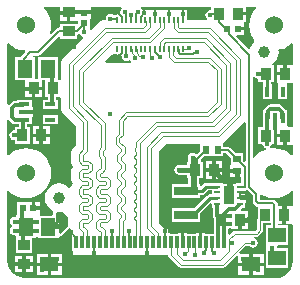
<source format=gtl>
G04*
G04 #@! TF.GenerationSoftware,Altium Limited,Altium Designer,19.1.8 (144)*
G04*
G04 Layer_Physical_Order=1*
G04 Layer_Color=255*
%FSLAX44Y44*%
%MOMM*%
G71*
G01*
G75*
%ADD12C,0.2000*%
%ADD13R,0.2200X0.5000*%
%ADD16R,0.5000X0.2800*%
%ADD17R,0.9000X1.6000*%
%ADD18R,0.9000X1.0000*%
%ADD19R,0.5500X0.6500*%
%ADD20R,2.0000X0.8000*%
%ADD21R,0.6200X0.6200*%
%ADD22R,0.3000X1.0000*%
%ADD23R,1.6500X1.3000*%
%ADD24R,1.3000X1.5000*%
%ADD25R,0.6500X0.5500*%
%ADD26R,1.5000X1.3000*%
%ADD27R,1.0000X0.9000*%
%ADD28R,0.6200X0.6200*%
%ADD48R,0.4000X0.9000*%
%ADD49R,0.9000X0.4000*%
%ADD50C,1.0000*%
%ADD51C,0.3000*%
%ADD52C,0.4000*%
%ADD53C,0.1500*%
%ADD54C,0.2500*%
%ADD55C,0.5000*%
%ADD56C,0.1000*%
%ADD57C,0.1143*%
%ADD58C,0.1270*%
%ADD59C,1.5240*%
%ADD60C,0.3000*%
%ADD61C,0.4000*%
G36*
X-23990Y113730D02*
X-24134Y113634D01*
X-25018Y112311D01*
X-25328Y110750D01*
X-25103Y109619D01*
X-25868Y108349D01*
X-27639D01*
Y107809D01*
X-29441D01*
X-29441Y107809D01*
X-29441Y107809D01*
X-30878D01*
X-31939Y108518D01*
X-33500Y108828D01*
X-35061Y108518D01*
X-36384Y107634D01*
X-37268Y106311D01*
X-37578Y104750D01*
X-37514Y104427D01*
X-38065Y103756D01*
X-38609Y103420D01*
X-40129Y103219D01*
X-41728Y102557D01*
X-43100Y101504D01*
X-49732Y94873D01*
X-50933Y95139D01*
X-50920Y95766D01*
X-50920D01*
Y104226D01*
X-50380D01*
Y108366D01*
X-56020D01*
Y111366D01*
X-50380D01*
Y115000D01*
X-24375D01*
X-23990Y113730D01*
D02*
G37*
G36*
X51862Y112043D02*
X51072Y111886D01*
X50979Y111824D01*
X49439Y111518D01*
X48116Y110634D01*
X47232Y109311D01*
X46922Y107750D01*
X47232Y106189D01*
X48116Y104866D01*
X48342Y104715D01*
X47957Y103445D01*
X31641D01*
Y108349D01*
X31101D01*
Y111809D01*
X-6632D01*
X-6732Y112311D01*
X-7616Y113634D01*
X-7760Y113730D01*
X-7375Y115000D01*
X51862D01*
Y112043D01*
D02*
G37*
G36*
X-76514Y111461D02*
X-68974D01*
Y109961D01*
X-67474D01*
Y102921D01*
X-61434D01*
X-61120Y101781D01*
Y101377D01*
X-61974Y100461D01*
X-75974D01*
Y98184D01*
X-76913Y97400D01*
X-76913Y97400D01*
X-77000D01*
X-78170Y97167D01*
X-79163Y96504D01*
X-79339Y96241D01*
X-83895Y91685D01*
X-85018Y92358D01*
X-84255Y94874D01*
X-83848Y99000D01*
X-84255Y103126D01*
X-85458Y107094D01*
X-87413Y110751D01*
X-89857Y113730D01*
X-89506Y115000D01*
X-76514D01*
Y111461D01*
D02*
G37*
G36*
X-59057Y91250D02*
X-58634Y90616D01*
X-57311Y89732D01*
X-56775Y89626D01*
X-56357Y88247D01*
X-73437Y71168D01*
X-74490Y69795D01*
X-75152Y68196D01*
X-75378Y66481D01*
Y53736D01*
X-76004Y52726D01*
X-76933D01*
X-78096Y52984D01*
Y71984D01*
X-95096D01*
Y53266D01*
X-97096D01*
Y71984D01*
X-98550D01*
X-99229Y73254D01*
X-99104Y73441D01*
X-94754D01*
X-94754Y73441D01*
X-93583Y73674D01*
X-92591Y74337D01*
X-77147Y89781D01*
X-75974Y89295D01*
Y87461D01*
X-61974D01*
Y91297D01*
X-60874Y91515D01*
X-60716Y91621D01*
X-59641Y91907D01*
X-59057Y91250D01*
D02*
G37*
G36*
X89857Y113730D02*
X87413Y110751D01*
X85458Y107094D01*
X84255Y103126D01*
X83848Y99000D01*
X84255Y94874D01*
X85458Y90906D01*
X86760Y88469D01*
X86764Y88471D01*
X87245Y87753D01*
X88135Y87158D01*
X88344Y86287D01*
X88358Y85729D01*
X87872Y85356D01*
X85929Y82823D01*
X84707Y79873D01*
X84661Y79525D01*
X83459Y79117D01*
X73029Y89547D01*
X73515Y90720D01*
X79804D01*
Y94860D01*
X74164D01*
Y97860D01*
X79804D01*
Y101520D01*
X81402D01*
Y107560D01*
X74362D01*
Y110560D01*
X81402D01*
Y115000D01*
X89506D01*
X89857Y113730D01*
D02*
G37*
G36*
X121000Y83506D02*
Y65694D01*
X115750D01*
Y58154D01*
X114250D01*
Y56654D01*
X107210D01*
Y50614D01*
X108309D01*
X108320Y49349D01*
X108320Y49344D01*
Y36349D01*
X116320D01*
Y49344D01*
X116320Y49349D01*
X116331Y50614D01*
X121000D01*
Y13194D01*
X116599D01*
X116320Y14348D01*
X116320Y14464D01*
Y27348D01*
X115137D01*
X115117Y27450D01*
X114343Y28608D01*
X111773Y31177D01*
X110616Y31951D01*
X109250Y32223D01*
X101750D01*
X100384Y31951D01*
X99227Y31177D01*
X97297Y29247D01*
X96523Y28090D01*
X96376Y27348D01*
X95320D01*
Y14348D01*
X95373D01*
Y12654D01*
X91750D01*
Y-1346D01*
X94991D01*
X95232Y-2561D01*
X96116Y-3884D01*
X97439Y-4768D01*
X97840Y-4848D01*
X97904Y-6155D01*
X96905Y-6458D01*
X93249Y-8413D01*
X90043Y-11043D01*
X88279Y-13194D01*
X87009Y-12739D01*
Y55016D01*
X88279Y55401D01*
X88366Y55270D01*
X89689Y54386D01*
X91250Y54076D01*
X91750Y53665D01*
Y51154D01*
X95661D01*
Y49349D01*
X95320D01*
Y36349D01*
X103320D01*
Y49349D01*
X102289D01*
Y51154D01*
X104750D01*
Y65154D01*
X103466D01*
X103035Y66424D01*
X105168Y68060D01*
X107111Y70593D01*
X108333Y73543D01*
X108750Y76708D01*
X108507Y78552D01*
X109691Y79288D01*
X109805Y79212D01*
X111025Y78969D01*
X111081Y78958D01*
X112213Y79183D01*
X113095Y79458D01*
X116751Y81413D01*
X119730Y83857D01*
X121000Y83506D01*
D02*
G37*
G36*
X-27639Y74269D02*
X-24777D01*
X-23972Y73287D01*
X-24078Y72750D01*
X-23768Y71189D01*
X-22884Y69866D01*
X-21561Y68982D01*
X-20000Y68672D01*
X-18439Y68982D01*
X-17933Y69321D01*
X-16909Y69644D01*
X-16305Y68997D01*
X-16065Y68638D01*
X-16393Y67682D01*
X-16628Y67368D01*
X-37569D01*
X-38055Y68541D01*
X-32223Y74373D01*
X-31099Y74809D01*
Y74809D01*
X-31099Y74809D01*
X-27639D01*
Y74269D01*
D02*
G37*
G36*
X107210Y13036D02*
X107210Y12538D01*
Y7154D01*
X114250D01*
Y5654D01*
X115750D01*
Y-1886D01*
X121000D01*
Y-10506D01*
X119730Y-10857D01*
X116751Y-8413D01*
X113095Y-6458D01*
X109127Y-5255D01*
X105000Y-4848D01*
X102334Y-5111D01*
X101884Y-3884D01*
X102768Y-2561D01*
X103010Y-1346D01*
X104750D01*
Y12654D01*
X104750D01*
X104971Y13571D01*
X106186Y13788D01*
X107210Y13036D01*
D02*
G37*
G36*
X-116751Y81413D02*
X-113095Y79458D01*
X-109127Y78255D01*
X-106018Y77948D01*
X-105544Y76626D01*
X-109259Y72911D01*
X-109878Y71984D01*
X-114096D01*
Y52984D01*
X-105544D01*
Y47226D01*
X-98504D01*
X-91464D01*
Y52984D01*
X-90167D01*
X-89004Y52726D01*
Y38726D01*
X-86452D01*
Y36226D01*
X-91004D01*
Y28226D01*
X-78004D01*
Y36226D01*
X-79315D01*
Y38726D01*
X-76004D01*
X-75378Y37715D01*
Y29250D01*
X-75152Y27535D01*
X-74490Y25936D01*
X-73437Y24563D01*
X-63128Y14255D01*
Y-2748D01*
X-65237Y-4857D01*
X-66291Y-6230D01*
X-66953Y-7829D01*
X-67179Y-9544D01*
Y-16001D01*
X-66953Y-17717D01*
X-66291Y-19316D01*
X-65321Y-20580D01*
X-66291Y-21844D01*
X-66953Y-23443D01*
X-67179Y-25158D01*
Y-30058D01*
X-66953Y-31773D01*
X-66291Y-33372D01*
X-65321Y-34636D01*
X-66291Y-35900D01*
X-66953Y-37499D01*
X-67019Y-38004D01*
X-68347Y-38359D01*
X-68352Y-38352D01*
X-70885Y-36409D01*
X-73835Y-35187D01*
X-77000Y-34770D01*
X-80165Y-35187D01*
X-83115Y-36409D01*
X-85648Y-38352D01*
X-87591Y-40885D01*
X-88813Y-43835D01*
X-89230Y-47000D01*
X-88813Y-50165D01*
X-87591Y-53115D01*
X-85648Y-55648D01*
X-83115Y-57591D01*
X-82250Y-57949D01*
X-81960Y-58766D01*
X-81897Y-59470D01*
X-81921Y-59506D01*
X-82076Y-60287D01*
X-81980Y-60771D01*
X-82708Y-62000D01*
X-92093D01*
X-93110Y-61390D01*
Y-57250D01*
X-98750D01*
Y-55750D01*
X-100250D01*
Y-50110D01*
X-104390D01*
Y-50650D01*
X-112850D01*
Y-60850D01*
X-112850D01*
X-113140Y-62000D01*
X-113500D01*
Y-62169D01*
X-114482Y-62975D01*
X-114750Y-62922D01*
X-116311Y-63232D01*
X-117634Y-64116D01*
X-118518Y-65439D01*
X-118828Y-67000D01*
X-118518Y-68561D01*
X-117634Y-69884D01*
X-117294Y-70111D01*
Y-71639D01*
X-117634Y-71866D01*
X-118518Y-73189D01*
X-118828Y-74750D01*
X-118518Y-76311D01*
X-117634Y-77634D01*
X-116311Y-78518D01*
X-114750Y-78828D01*
X-113823Y-79746D01*
X-113750Y-80500D01*
X-113750D01*
Y-93500D01*
X-99750D01*
Y-81000D01*
X-96500D01*
Y-80130D01*
X-95518Y-79325D01*
X-95500Y-79328D01*
X-95482Y-79325D01*
X-94500Y-80130D01*
Y-81000D01*
X-77500D01*
Y-79797D01*
X-76230Y-79122D01*
X-75690Y-79229D01*
X-74910Y-79074D01*
X-74248Y-78632D01*
X-68388Y-72772D01*
X-67047Y-73227D01*
X-66953Y-73942D01*
X-66291Y-75541D01*
X-66025Y-75887D01*
X-66446Y-76740D01*
X-66446D01*
Y-91820D01*
X-64906D01*
Y-95280D01*
X15007D01*
X15145Y-95975D01*
X15698Y-96802D01*
X24198Y-105302D01*
X25024Y-105855D01*
X26000Y-106049D01*
X61500D01*
X62476Y-105855D01*
X63302Y-105302D01*
X73284Y-95321D01*
X74554Y-95847D01*
Y-101780D01*
X83844D01*
Y-94240D01*
X76160D01*
X75634Y-92970D01*
X81056Y-87549D01*
X83892D01*
X84116Y-87884D01*
X85439Y-88768D01*
X87000Y-89078D01*
X88561Y-88768D01*
X89884Y-87884D01*
X90768Y-86561D01*
X91078Y-85000D01*
X90768Y-83439D01*
X89884Y-82116D01*
X88561Y-81232D01*
X87741Y-81069D01*
X87866Y-79799D01*
X90250D01*
X91225Y-79605D01*
X92052Y-79052D01*
X95052Y-76052D01*
X95605Y-75226D01*
X95799Y-74250D01*
Y-68250D01*
X102191D01*
Y-70250D01*
X97750D01*
Y-87250D01*
X97807D01*
X98536Y-88414D01*
X98103Y-89250D01*
X97750D01*
Y-106250D01*
X116750D01*
Y-89250D01*
X107897D01*
X107464Y-88414D01*
X108193Y-87250D01*
X116750D01*
Y-70250D01*
X108309D01*
Y-68790D01*
X112000D01*
Y-61250D01*
Y-53710D01*
X109026D01*
X108309Y-52671D01*
X108076Y-51501D01*
X107413Y-50509D01*
X107413Y-50509D01*
X106241Y-49337D01*
X105249Y-48674D01*
X104078Y-48441D01*
X104078Y-48441D01*
X93059D01*
Y-44926D01*
X94329Y-44165D01*
X96905Y-45542D01*
X100873Y-46745D01*
X105000Y-47152D01*
X109127Y-46745D01*
X113095Y-45542D01*
X116751Y-43587D01*
X119730Y-41143D01*
X121000Y-41494D01*
Y-52631D01*
X120540Y-53710D01*
X115000D01*
Y-61250D01*
Y-68790D01*
X120540D01*
X121000Y-69869D01*
Y-100000D01*
Y-101477D01*
X120496Y-104011D01*
X119281Y-106944D01*
X117518Y-109583D01*
X115273Y-111828D01*
X113040Y-113320D01*
X110375Y-114424D01*
X107477Y-115000D01*
X-106576D01*
X-109667Y-114385D01*
X-112579Y-113179D01*
X-115199Y-111428D01*
X-117428Y-109199D01*
X-119179Y-106579D01*
X-120385Y-103667D01*
X-121000Y-100576D01*
Y-99000D01*
Y-41494D01*
X-119730Y-41143D01*
X-116751Y-43587D01*
X-113095Y-45542D01*
X-109127Y-46745D01*
X-105000Y-47152D01*
X-100873Y-46745D01*
X-96905Y-45542D01*
X-93249Y-43587D01*
X-90043Y-40957D01*
X-87413Y-37751D01*
X-85458Y-34095D01*
X-84255Y-30127D01*
X-83848Y-26000D01*
X-84255Y-21874D01*
X-85458Y-17905D01*
X-87413Y-14249D01*
X-90043Y-11043D01*
X-93249Y-8413D01*
X-96905Y-6458D01*
X-100873Y-5255D01*
X-105000Y-4848D01*
X-109127Y-5255D01*
X-113095Y-6458D01*
X-116751Y-8413D01*
X-119730Y-10857D01*
X-121000Y-10506D01*
Y18901D01*
X-119730Y19286D01*
X-119523Y18977D01*
X-117273Y16727D01*
X-116116Y15953D01*
X-114750Y15681D01*
X-113004D01*
Y15225D01*
X-111348D01*
Y12997D01*
X-114660D01*
Y10357D01*
X-115000Y10078D01*
X-116561Y9768D01*
X-117884Y8884D01*
X-118768Y7561D01*
X-119078Y6000D01*
X-118768Y4439D01*
X-117884Y3116D01*
X-116561Y2232D01*
X-115000Y1922D01*
X-114660Y1643D01*
Y-1002D01*
X-101660D01*
Y12997D01*
X-104211D01*
Y15225D01*
X-100004D01*
Y21186D01*
X-99464D01*
Y24225D01*
X-106504D01*
Y27225D01*
X-99464D01*
Y30266D01*
X-100004D01*
Y36226D01*
X-113004D01*
Y35294D01*
X-114774D01*
X-116140Y35023D01*
X-117297Y34249D01*
X-119523Y32023D01*
X-119730Y31714D01*
X-121000Y32099D01*
Y83506D01*
X-119730Y83857D01*
X-116751Y81413D01*
D02*
G37*
G36*
X42617Y-7213D02*
X39662Y-10168D01*
X39134Y-10116D01*
X37811Y-9232D01*
X36250Y-8922D01*
X34689Y-9232D01*
X33366Y-10116D01*
X32482Y-11439D01*
X32172Y-13000D01*
Y-16500D01*
X31500D01*
Y-19311D01*
X25200D01*
X24500Y-19172D01*
X22939Y-19482D01*
X21616Y-20366D01*
X20732Y-21689D01*
X20422Y-23250D01*
Y-23389D01*
X20732Y-24950D01*
X21616Y-26273D01*
X22939Y-27157D01*
X24500Y-27468D01*
X31500D01*
Y-30500D01*
X32451D01*
Y-35500D01*
X18250D01*
Y-47500D01*
X42250D01*
Y-44450D01*
X43828D01*
X45096Y-44198D01*
X46171Y-43480D01*
X48937Y-40714D01*
X52445D01*
Y-44087D01*
X50350D01*
X49082Y-44339D01*
X48007Y-45057D01*
X37564Y-55500D01*
X18250D01*
Y-67500D01*
X42250D01*
Y-60186D01*
X51175Y-51261D01*
X52445Y-51787D01*
Y-55800D01*
X53376D01*
Y-62392D01*
X53648Y-63758D01*
X53750Y-63910D01*
Y-72500D01*
X53931D01*
Y-77280D01*
X46634D01*
Y-76740D01*
X44094D01*
Y-77280D01*
X44093D01*
Y-84280D01*
X41094D01*
Y-77280D01*
X41094D01*
Y-76740D01*
X38554D01*
Y-77280D01*
X31634D01*
Y-76740D01*
X29094D01*
Y-77280D01*
X29093D01*
Y-84280D01*
X26095D01*
Y-77280D01*
X26094D01*
Y-76740D01*
X23554D01*
Y-77280D01*
X16634D01*
Y-76740D01*
X15094D01*
Y-73280D01*
X12226D01*
X11359Y-72151D01*
X7473Y-68265D01*
Y-7650D01*
X13745Y-1378D01*
X42617D01*
Y-7213D01*
D02*
G37*
G36*
X68156Y-12836D02*
Y-18831D01*
X67616D01*
Y-22620D01*
X73406D01*
Y-24121D01*
X74906D01*
Y-29411D01*
X77196D01*
Y-34000D01*
X71445D01*
Y-34360D01*
X67945D01*
Y-44900D01*
X64945D01*
Y-34360D01*
X61445D01*
Y-34000D01*
X52445D01*
Y-34087D01*
X47564D01*
X46296Y-34339D01*
X45221Y-35057D01*
X43520Y-36758D01*
X42250Y-36232D01*
Y-35500D01*
X41627D01*
Y-30500D01*
X44500D01*
Y-16500D01*
X42804D01*
Y-14957D01*
X46082Y-11678D01*
X52117D01*
Y-11678D01*
X52617D01*
Y-11678D01*
X62117D01*
Y-9232D01*
X64552D01*
X68156Y-12836D01*
D02*
G37*
G36*
X80891Y16343D02*
Y-15981D01*
X79718Y-16467D01*
X78656Y-15405D01*
Y-9371D01*
X72621D01*
X67696Y-4446D01*
X66786Y-3838D01*
X65714Y-3624D01*
X62117D01*
Y-1178D01*
X62117Y-1178D01*
X62585Y-102D01*
X63452Y563D01*
X79718Y16829D01*
X80891Y16343D01*
D02*
G37*
G36*
X-69250Y-63750D02*
Y-70750D01*
X-75690Y-77190D01*
X-76960Y-76664D01*
Y-73000D01*
X-86000D01*
Y-70000D01*
X-76960D01*
Y-61460D01*
X-79551D01*
X-80037Y-60287D01*
X-78750Y-59000D01*
X-78744D01*
X-77000Y-59230D01*
X-75256Y-59000D01*
X-74000D01*
X-69250Y-63750D01*
D02*
G37*
G36*
X86941Y-44767D02*
Y-50000D01*
X86941Y-50000D01*
X87174Y-51171D01*
X87837Y-52163D01*
X89337Y-53663D01*
X89337Y-53663D01*
X90329Y-54326D01*
X91000Y-54459D01*
Y-65048D01*
X90895Y-65205D01*
X90701Y-66180D01*
Y-73194D01*
X89194Y-74701D01*
X71750D01*
X70774Y-74895D01*
X69948Y-75448D01*
X67267Y-78128D01*
X66094Y-77642D01*
Y-77280D01*
X66069D01*
Y-73681D01*
X67339Y-72697D01*
X68000Y-72828D01*
X68766Y-72676D01*
X69210Y-73040D01*
Y-73040D01*
X74750D01*
Y-65500D01*
X76250D01*
Y-64000D01*
X83290D01*
Y-57960D01*
X77246D01*
X76760Y-56787D01*
X77747Y-55800D01*
X80445D01*
Y-51340D01*
X80985D01*
Y-48900D01*
X75945D01*
Y-45900D01*
X80985D01*
Y-43900D01*
X75945D01*
Y-40900D01*
X80985D01*
Y-40607D01*
X82236Y-40062D01*
X86941Y-44767D01*
D02*
G37*
%LPC*%
G36*
X-70474Y108461D02*
X-76514D01*
Y102921D01*
X-70474D01*
Y108461D01*
D02*
G37*
G36*
X112750Y65694D02*
X107210D01*
Y59654D01*
X112750D01*
Y65694D01*
D02*
G37*
G36*
Y4154D02*
X107210D01*
Y-1886D01*
X112750D01*
Y4154D01*
D02*
G37*
G36*
X-91464Y44226D02*
X-97004D01*
Y38186D01*
X-91464D01*
Y44226D01*
D02*
G37*
G36*
X-100004D02*
X-105544D01*
Y38186D01*
X-100004D01*
Y44226D01*
D02*
G37*
G36*
X-78004Y23226D02*
X-91004D01*
Y15225D01*
X-78004D01*
Y23226D01*
D02*
G37*
G36*
X-85120Y13537D02*
X-90660D01*
Y7497D01*
X-85120D01*
Y13537D01*
D02*
G37*
G36*
X-93660D02*
X-99200D01*
Y7497D01*
X-93660D01*
Y13537D01*
D02*
G37*
G36*
X-85120Y4497D02*
X-90660D01*
Y-1542D01*
X-85120D01*
Y4497D01*
D02*
G37*
G36*
X-93660D02*
X-99200D01*
Y-1542D01*
X-93660D01*
Y4497D01*
D02*
G37*
G36*
X-93110Y-50110D02*
X-97250D01*
Y-54250D01*
X-93110D01*
Y-50110D01*
D02*
G37*
G36*
X-99210Y-95960D02*
X-105250D01*
Y-101500D01*
X-99210D01*
Y-95960D01*
D02*
G37*
G36*
X-108250D02*
X-114290D01*
Y-101500D01*
X-108250D01*
Y-95960D01*
D02*
G37*
G36*
X-74366Y-94240D02*
X-83656D01*
Y-101780D01*
X-74366D01*
Y-94240D01*
D02*
G37*
G36*
X-86656D02*
X-95946D01*
Y-101780D01*
X-86656D01*
Y-94240D01*
D02*
G37*
G36*
X96134D02*
X86844D01*
Y-101780D01*
X96134D01*
Y-94240D01*
D02*
G37*
G36*
X-99210Y-104500D02*
X-105250D01*
Y-110040D01*
X-99210D01*
Y-104500D01*
D02*
G37*
G36*
X-108250D02*
X-114290D01*
Y-110040D01*
X-108250D01*
Y-104500D01*
D02*
G37*
G36*
X96134Y-104780D02*
X86844D01*
Y-112320D01*
X96134D01*
Y-104780D01*
D02*
G37*
G36*
X83844D02*
X74554D01*
Y-112320D01*
X83844D01*
Y-104780D01*
D02*
G37*
G36*
X-74366Y-104780D02*
X-83656D01*
Y-112320D01*
X-74366D01*
Y-104780D01*
D02*
G37*
G36*
X-86656D02*
X-95946D01*
Y-112320D01*
X-86656D01*
Y-104780D01*
D02*
G37*
G36*
X61040Y-15960D02*
X55500D01*
Y-22000D01*
X61040D01*
Y-15960D01*
D02*
G37*
G36*
X52500D02*
X46960D01*
Y-22000D01*
X52500D01*
Y-15960D01*
D02*
G37*
G36*
X71906Y-25621D02*
X67616D01*
Y-29411D01*
X71906D01*
Y-25621D01*
D02*
G37*
G36*
X61040Y-25000D02*
X55500D01*
Y-31040D01*
X61040D01*
Y-25000D01*
D02*
G37*
G36*
X52500D02*
X46960D01*
Y-31040D01*
X52500D01*
Y-25000D01*
D02*
G37*
G36*
X83290Y-67000D02*
X77750D01*
Y-73040D01*
X83290D01*
Y-67000D01*
D02*
G37*
%LPD*%
D12*
X75945Y-47400D02*
Y-42400D01*
X82000Y-45000D02*
X84500Y-47500D01*
Y-54750D02*
Y-47500D01*
X-27250Y109459D02*
Y110000D01*
Y109459D02*
X-24099Y106308D01*
Y103409D02*
Y106308D01*
X-5000Y109209D02*
Y109750D01*
X-7899Y106309D02*
X-5000Y109209D01*
X-7899Y103409D02*
Y106309D01*
X-7999Y103309D02*
X-7899Y103409D01*
X-94754Y76500D02*
X-76913Y94341D01*
X-101344Y76500D02*
X-94754D01*
X-107096Y70748D02*
X-101344Y76500D01*
X83950Y-37450D02*
Y74300D01*
X66664Y91586D02*
X83950Y74300D01*
Y-37450D02*
X90000Y-43500D01*
X66664Y91586D02*
Y94360D01*
X64664Y96360D02*
X66664Y94360D01*
X90000Y-50000D02*
Y-43500D01*
Y-50000D02*
X91500Y-51500D01*
X104078D01*
X105250Y-52672D01*
Y-75250D02*
Y-52672D01*
Y-75250D02*
X107250Y-77250D01*
X-55750Y93500D02*
Y100096D01*
X-56020Y100366D02*
X-55750Y100096D01*
X-21250Y110209D02*
Y110750D01*
Y110209D02*
X-20000Y108959D01*
Y103309D02*
Y108959D01*
Y103309D02*
X-19999Y103309D01*
X-76913Y94341D02*
X-68974D01*
X-77000D02*
X-76913D01*
X-24099Y103409D02*
X-23999Y103309D01*
X4101Y76399D02*
X8500Y72000D01*
X4101Y76399D02*
Y79209D01*
X4001Y79309D02*
X4101Y79209D01*
X-63714Y-79785D02*
X-63464D01*
X-62500Y-80750D01*
Y-84250D02*
Y-80750D01*
X-67250Y-76250D02*
X-63714Y-79785D01*
X-47500Y-93500D02*
Y-84250D01*
X-32500D02*
Y-75000D01*
X-17500Y-84250D02*
Y-75000D01*
X-17500Y-84250D02*
X-17500Y-84250D01*
X-2500Y-93500D02*
Y-84250D01*
X12500D02*
Y-75000D01*
X42500Y-84250D02*
Y-75000D01*
X27500Y-84250D02*
Y-75000D01*
X-20000Y72750D02*
X-20000Y72750D01*
Y79308D01*
X-19999Y79309D01*
X-26750Y72500D02*
Y73041D01*
X-24099Y75692D01*
Y79209D01*
X-23999Y79309D01*
X28000Y109000D02*
X28001Y109000D01*
Y103309D02*
Y109000D01*
Y103309D02*
X28001Y103309D01*
X16000Y109000D02*
X16001Y109000D01*
Y103309D02*
Y109000D01*
Y103309D02*
X16001Y103309D01*
X4000Y109000D02*
X4000Y109000D01*
Y103309D02*
Y109000D01*
Y103309D02*
X4001Y103309D01*
X-16000Y108250D02*
X-16000Y108250D01*
Y103309D02*
Y108250D01*
Y103309D02*
X-15999Y103309D01*
X-107096Y62484D02*
Y70748D01*
X-29441Y104750D02*
X-27999Y103309D01*
X-33500Y104750D02*
X-29441D01*
X-68974Y94341D02*
X-62045D01*
X-56020Y100366D01*
X51001Y107819D02*
X52242Y109060D01*
X51001Y107751D02*
Y107819D01*
X52242Y109060D02*
X58742D01*
X51000Y107750D02*
X51001Y107751D01*
X58742Y102282D02*
Y109060D01*
Y102282D02*
X64664Y96360D01*
D13*
X28001Y103309D02*
D03*
X24001D02*
D03*
X20001D02*
D03*
X16001D02*
D03*
X4001D02*
D03*
X1D02*
D03*
X-3999D02*
D03*
X-7999D02*
D03*
X-11999D02*
D03*
X-15999D02*
D03*
X-19999D02*
D03*
X-23999D02*
D03*
X-27999D02*
D03*
Y79309D02*
D03*
X-23999D02*
D03*
X-19999D02*
D03*
X-15999D02*
D03*
X-11999D02*
D03*
X-7999D02*
D03*
X-3999D02*
D03*
X1D02*
D03*
X4001D02*
D03*
X8001D02*
D03*
X12001D02*
D03*
X16001D02*
D03*
X20001D02*
D03*
X24001D02*
D03*
X28001D02*
D03*
X12001Y103309D02*
D03*
X8001D02*
D03*
D16*
X56945Y-37400D02*
D03*
Y-42400D02*
D03*
Y-47400D02*
D03*
Y-52400D02*
D03*
X75945Y-37400D02*
D03*
Y-42400D02*
D03*
Y-47400D02*
D03*
Y-52400D02*
D03*
D17*
X66445Y-44900D02*
D03*
D18*
X113500Y-61250D02*
D03*
X97500D02*
D03*
X38000Y-23500D02*
D03*
X54000D02*
D03*
X60250Y-65500D02*
D03*
X76250D02*
D03*
X98250Y58154D02*
D03*
X114250D02*
D03*
X98250Y5654D02*
D03*
X114250D02*
D03*
X-82504Y45725D02*
D03*
X-98504D02*
D03*
X58362Y109060D02*
D03*
X74362D02*
D03*
X-108160Y5997D02*
D03*
X-92160D02*
D03*
D19*
X47367Y-6428D02*
D03*
X57367D02*
D03*
D20*
X30250Y-41500D02*
D03*
Y-61500D02*
D03*
D21*
X65164Y96360D02*
D03*
X74164D02*
D03*
X-107750Y-55750D02*
D03*
X-98750D02*
D03*
D22*
X-57406Y-84280D02*
D03*
X-47406D02*
D03*
X-52406D02*
D03*
X-37406D02*
D03*
X-27406D02*
D03*
X-32406D02*
D03*
X-17406D02*
D03*
X-12406D02*
D03*
X-7406D02*
D03*
X7594D02*
D03*
X17594D02*
D03*
X12594D02*
D03*
X27594D02*
D03*
X37594D02*
D03*
X32594D02*
D03*
X47594D02*
D03*
X57594D02*
D03*
X52594D02*
D03*
X-62406D02*
D03*
X-42406D02*
D03*
X-22406D02*
D03*
X-2406D02*
D03*
X2594D02*
D03*
X22594D02*
D03*
X42594D02*
D03*
X62594D02*
D03*
D23*
X85344Y-103280D02*
D03*
X-85156D02*
D03*
D24*
X-86000Y-71500D02*
D03*
X-105000D02*
D03*
X-86596Y62484D02*
D03*
X-105596D02*
D03*
D25*
X73406Y-14121D02*
D03*
Y-24121D02*
D03*
D26*
X107250Y-97750D02*
D03*
Y-78750D02*
D03*
D27*
X-106750Y-87000D02*
D03*
Y-103000D02*
D03*
X-68974Y93961D02*
D03*
Y109961D02*
D03*
D28*
X-56020Y100866D02*
D03*
Y109866D02*
D03*
D48*
X112320Y42849D02*
D03*
Y20849D02*
D03*
X99320Y42849D02*
D03*
Y20849D02*
D03*
X105820D02*
D03*
D49*
X-106504Y25726D02*
D03*
Y32226D02*
D03*
X-84504D02*
D03*
X-106504Y19225D02*
D03*
X-84504D02*
D03*
D50*
X-77000Y-47000D02*
D03*
X96520Y76708D02*
D03*
D51*
X105918Y11938D02*
Y20750D01*
X105820Y20849D02*
X105918Y20750D01*
X-101250Y-67000D02*
X-95500D01*
X62890Y-62250D02*
X68000D01*
X111820Y20349D02*
Y26084D01*
X99320Y19849D02*
X99820Y20349D01*
X111820D02*
X112320Y19849D01*
X99820Y20349D02*
Y26724D01*
X60163Y-65610D02*
X62890D01*
X-114999Y5999D02*
X-107781D01*
X58836Y-64283D02*
X66431Y-56688D01*
X58836Y-64283D02*
X60163Y-65610D01*
X62890Y-68750D02*
X68000D01*
X62890D02*
Y-65610D01*
X66431Y-56688D02*
X71812D01*
X75500Y-53000D01*
X56945Y-62392D02*
X58836Y-64283D01*
X57508Y-65610D02*
X58836Y-64283D01*
X57508Y-65610D02*
X60163D01*
X57500Y-68273D02*
X60163Y-65610D01*
X62500Y-66000D02*
X62890Y-65610D01*
X57500Y-84250D02*
Y-68273D01*
X62500Y-84250D02*
Y-66000D01*
X56945Y-62392D02*
Y-52900D01*
X62500Y-84250D02*
X62500Y-84250D01*
X-105000Y-71500D02*
X-105000D01*
X-108000Y-74500D02*
X-105000Y-71500D01*
X-108000Y-81000D02*
Y-74500D01*
Y-86750D02*
Y-81000D01*
X-105000Y-71500D02*
Y-71500D01*
X-108250Y-68250D02*
X-105000Y-71500D01*
X-107500Y-69000D02*
X-105000Y-71500D01*
X-108250Y-67000D02*
Y-55750D01*
X-101250Y-75250D02*
X-95500D01*
X-105000Y-71500D02*
X-101250Y-75250D01*
X-107500Y-69000D02*
X-105000Y-71500D01*
X-107500Y-69000D02*
X-107500Y-69000D01*
X-108250Y-68250D02*
X-107500Y-69000D01*
X-108250Y-68250D02*
Y-67000D01*
X-109500D02*
X-108250Y-68250D01*
X-114750Y-67000D02*
X-109500D01*
X-107500Y-69000D02*
X-105000Y-71500D01*
X-105000Y-71500D02*
X-105000D01*
X-108000Y-74500D02*
X-105000Y-71500D01*
X-108250Y-74750D02*
X-108000Y-74500D01*
X-114750Y-74750D02*
X-108250D01*
X-108000Y-74500D02*
X-105000Y-71500D01*
X-105000Y-71500D02*
Y-71500D01*
X-107500Y-69000D02*
X-105000Y-71500D01*
X-107500Y-69000D02*
X-105000Y-66500D01*
X114250Y58154D02*
Y65692D01*
X113788Y66154D02*
X114250Y65692D01*
X98250Y58154D02*
Y58654D01*
X114060Y65964D02*
X114250Y66154D01*
X114060Y65654D02*
Y65964D01*
X98815Y-815D02*
Y5528D01*
Y-815D02*
X99000Y-1000D01*
X91250Y58154D02*
X98630D01*
X-115000Y6000D02*
X-114999Y5999D01*
X-82884Y45725D02*
Y60271D01*
Y32726D02*
Y45725D01*
X-85096Y62484D02*
X-82884Y60271D01*
X-83504Y32226D02*
X-83384D01*
X-82884Y32726D01*
X98941Y5654D02*
Y19470D01*
X-108080Y19250D02*
X-107780Y18950D01*
X-92540Y-2500D02*
Y2578D01*
X-94250Y4288D02*
X-92540Y2578D01*
X-94250Y4288D02*
X-92540Y5998D01*
X98815Y5528D02*
X98941Y5654D01*
X103000Y-95035D02*
Y-89500D01*
Y-95035D02*
X107215Y-99250D01*
X107250D01*
X-107781Y5999D02*
X-107780Y5998D01*
X109250Y28654D02*
X111820Y26084D01*
X101750Y28654D02*
X109250D01*
X99820Y26724D02*
X101750Y28654D01*
X98941Y19470D02*
X99320Y19849D01*
X-56412Y109974D02*
X-56020Y110366D01*
X-68581Y109974D02*
X-56412D01*
X-68974Y109581D02*
X-68581Y109974D01*
X-77250Y109750D02*
X-69142D01*
X-68974Y109581D01*
X-56020Y110366D02*
X-55904Y110250D01*
X-48861D01*
X-98250Y-55750D02*
X-98250Y-55750D01*
X-99012Y25738D02*
X-99000Y25750D01*
X-107492Y25738D02*
X-99012D01*
X-107504Y25726D02*
X-107492Y25738D01*
X-114750Y19250D02*
X-108080D01*
X-117000Y21500D02*
X-114750Y19250D01*
X-117000Y21500D02*
Y29500D01*
X-114774Y31726D01*
X-108004D01*
X-107504Y32226D01*
X-107780Y5998D02*
Y18950D01*
X-106750Y45500D02*
X-106637Y45613D01*
X-98236D01*
X-98124Y45725D01*
D52*
X76250Y-65500D02*
X82273D01*
X84500Y-63273D02*
Y-54750D01*
X82273Y-65500D02*
X84500Y-63273D01*
X24500Y-23389D02*
X34945D01*
X36250Y-22084D02*
Y-13000D01*
X73406Y-29758D02*
Y-26741D01*
X70762Y-32401D02*
X73406Y-29758D01*
X62472Y-32401D02*
X70762D01*
X56945Y-26875D02*
X62472Y-32401D01*
X56945Y-26875D02*
Y-23389D01*
X67445Y-43900D02*
Y-32401D01*
X65750Y-45595D02*
X67445Y-43900D01*
X24500Y-23389D02*
Y-23250D01*
X113000Y-61130D02*
Y-53500D01*
Y-61130D02*
X113120Y-61250D01*
X34945Y-23389D02*
X36250Y-22084D01*
D53*
X40000Y-18334D02*
Y-13795D01*
X36250Y-22084D02*
X40000Y-18334D01*
Y-13795D02*
X47367Y-6428D01*
X73406Y-14121D02*
X80000Y-20715D01*
X65714Y-6428D02*
X73406Y-14121D01*
X59987Y-6428D02*
X65714D01*
X80000Y-37500D02*
Y-20715D01*
X16000Y112750D02*
X28000D01*
X4000D02*
X16000D01*
Y109000D02*
Y112750D01*
X-5000D02*
X4000D01*
Y109000D02*
Y112750D01*
X28000Y109000D02*
Y112750D01*
X-5000Y109750D02*
Y112750D01*
X24000Y79308D02*
X24001Y79309D01*
X76045Y-37500D02*
X80000D01*
X52500Y-84250D02*
X52625Y-84375D01*
Y-91625D02*
X54500Y-93500D01*
X52625Y-91625D02*
Y-84375D01*
X-10500Y110073D02*
Y110750D01*
X-11999Y108574D02*
X-10500Y110073D01*
X-11999Y103310D02*
Y108574D01*
X-12000Y103309D02*
X-11999Y103310D01*
X45750Y-93500D02*
Y-93250D01*
X47500Y-91500D01*
Y-84250D01*
X75945Y-37400D02*
X76045Y-37500D01*
D54*
X-83000Y-71500D02*
X-82375Y-70875D01*
X-83000Y-71500D02*
X-81750Y-70250D01*
X-78535Y-62285D02*
X-77750Y-61500D01*
X30250Y-41137D02*
X37039D01*
X43828D01*
X47564Y-37400D02*
X56945D01*
X43828Y-41137D02*
X47564Y-37400D01*
X76195Y-45000D02*
X82250D01*
X-86000Y-71500D02*
X-85000Y-72500D01*
X-83500D01*
X-82750Y-71750D01*
X-86000Y-71500D02*
X-83000D01*
X-82375Y-70875D02*
X-81750Y-70250D01*
X-78535Y-67035D02*
Y-62285D01*
X-81750Y-70250D02*
X-78535Y-67035D01*
X-81750Y-70250D02*
X-74000D01*
X98630Y58154D02*
X98630Y58154D01*
X98975Y57809D01*
Y44194D02*
Y57809D01*
Y44194D02*
X99320Y43849D01*
X56945Y-47400D02*
X56945Y-47400D01*
X50350Y-47400D02*
X56945D01*
X30250Y-62500D02*
X35250D01*
X50350Y-47400D01*
D55*
X34945Y-23389D02*
X37039Y-25483D01*
Y-41137D02*
Y-25483D01*
D56*
X-98250Y-55750D02*
Y-48503D01*
X28560Y78750D02*
X33250D01*
X28001Y79309D02*
X28560Y78750D01*
X67250Y-85250D02*
Y-81750D01*
Y-91750D02*
Y-85250D01*
Y-81750D02*
X71750Y-77250D01*
X90250D01*
X61500Y-103500D02*
X80000Y-85000D01*
X87000D01*
X67250Y-85250D02*
X69750D01*
X59000Y-100000D02*
X67250Y-91750D01*
X26000Y-103500D02*
X61500D01*
X17500Y-95000D02*
X26000Y-103500D01*
X17500Y-95000D02*
Y-84250D01*
X28000Y-100000D02*
X59000D01*
X22500Y-94500D02*
X28000Y-100000D01*
X22500Y-94500D02*
Y-84250D01*
X93250Y-66180D02*
X97880Y-61550D01*
Y-61250D01*
X93250Y-74250D02*
Y-66180D01*
X90250Y-77250D02*
X93250Y-74250D01*
X1Y72499D02*
Y79309D01*
X-13000Y71250D02*
Y72750D01*
X-15559Y75309D02*
X-13000Y72750D01*
X-15559Y75309D02*
Y78868D01*
X-15999Y79309D02*
X-15559Y78868D01*
X-5750Y72250D02*
Y72914D01*
X-6336Y73500D02*
X-5750Y72914D01*
X-9250Y73500D02*
X-6336D01*
X-11399Y75649D02*
X-9250Y73500D01*
X-11399Y75649D02*
Y78709D01*
X-11999Y79309D02*
X-11399Y78709D01*
X30000Y-94500D02*
X32500Y-92000D01*
Y-84250D01*
X37750Y-95250D02*
Y-84500D01*
X37500Y-84250D02*
X37750Y-84500D01*
X-12000Y103309D02*
X-11999Y103309D01*
D57*
X-26673Y7327D02*
Y19308D01*
X-23327Y5923D02*
Y17923D01*
X-26673Y19308D02*
X-20636Y25345D01*
X-23327Y17923D02*
X-19250Y22000D01*
X-20636Y25345D02*
X47806D01*
X-19250Y22000D02*
X49191D01*
X47806Y25345D02*
X56405Y33944D01*
X49191Y22000D02*
X59750Y32559D01*
X56405Y33944D02*
Y60864D01*
X59750Y32559D02*
Y62250D01*
X48986Y68283D02*
X56405Y60864D01*
X50372Y71628D02*
X59750Y62250D01*
X20236Y68283D02*
X48986D01*
X21622Y71628D02*
X50372D01*
X16329Y72191D02*
X20236Y68283D01*
X19674Y73576D02*
X21622Y71628D01*
X16329Y72191D02*
Y78981D01*
X19674Y73576D02*
Y78981D01*
X-26673Y-83423D02*
Y-65217D01*
X-24973Y-63517D01*
Y-61314D01*
X-28373Y-57914D02*
X-24973Y-61314D01*
X-28373Y-57914D02*
Y-52941D01*
X-24973Y-49541D01*
Y-47338D01*
X-28373Y-43938D02*
X-24973Y-47338D01*
X-28373Y-43938D02*
Y-38964D01*
X-24973Y-35564D01*
Y-33362D01*
X-28373Y-29962D02*
X-24973Y-33362D01*
X-28373Y-29962D02*
Y-24988D01*
X-24973Y-21588D01*
Y-19385D01*
X-28373Y-15985D02*
X-24973Y-19385D01*
X-28373Y-15985D02*
Y-11012D01*
X-24973Y-7612D01*
Y-5409D01*
X-29250Y-1132D02*
X-24973Y-5409D01*
X-29250Y-1132D02*
Y4750D01*
X-26673Y7327D01*
X-23327Y-83423D02*
Y-66603D01*
X-23327D02*
X-21627Y-64903D01*
Y-59929D01*
X-25027Y-56529D02*
X-21627Y-59929D01*
X-25027Y-56529D02*
Y-54326D01*
X-21627Y-50926D01*
Y-45952D01*
X-25027Y-42552D02*
X-21627Y-45952D01*
X-25027Y-42552D02*
Y-40350D01*
X-21627Y-36950D01*
Y-31976D01*
X-25027Y-28576D02*
X-21627Y-31976D01*
X-25027Y-28576D02*
Y-26374D01*
X-21627Y-22973D01*
Y-18000D01*
X-25027Y-14600D02*
X-21627Y-18000D01*
X-25027Y-14600D02*
Y-12397D01*
X-21627Y-8997D01*
Y-4023D01*
X-25905Y254D02*
X-21627Y-4023D01*
X-25905Y254D02*
Y3345D01*
X-23327Y5923D01*
X-8327Y-4042D02*
Y-827D01*
X-11673Y-2500D02*
Y558D01*
X-8327Y-827D02*
X6250Y13750D01*
X-11673Y558D02*
X4864Y17095D01*
X6250Y13750D02*
X53960D01*
X4864Y17095D02*
X52575D01*
X53960Y13750D02*
X68000Y27789D01*
X52575Y17095D02*
X64655Y29175D01*
X68000Y27789D02*
Y67250D01*
X64655Y29175D02*
Y65864D01*
X46996Y88254D02*
X68000Y67250D01*
X45610Y84909D02*
X64655Y65864D01*
X11674Y88254D02*
X46996D01*
X13059Y84909D02*
X45610D01*
X8328D02*
X11674Y88254D01*
Y83523D02*
X13059Y84909D01*
X8328Y79636D02*
Y84909D01*
X11674Y79636D02*
Y83523D01*
X-8327Y-83423D02*
Y-4042D01*
X-11673D02*
Y-2500D01*
X23674Y97897D02*
Y102981D01*
X20329Y96511D02*
Y102981D01*
X23674Y97897D02*
X24754Y96817D01*
X20329Y96511D02*
X23368Y93472D01*
X24754Y96817D02*
X50433D01*
X23368Y93472D02*
X49047D01*
X50433Y96817D02*
X76500Y70750D01*
X49047Y93472D02*
X73155Y69364D01*
X76500Y22985D02*
Y70750D01*
X73155Y24370D02*
Y69364D01*
X58765Y5250D02*
X76500Y22985D01*
X57380Y8595D02*
X73155Y24370D01*
X11000Y5250D02*
X58765D01*
X9614Y8595D02*
X57380D01*
X845Y-4905D02*
X11000Y5250D01*
X-2500Y-3519D02*
X9614Y8595D01*
X845Y-71010D02*
Y-4905D01*
X-2500Y-72396D02*
Y-3519D01*
X845Y-71010D02*
X6673Y-76838D01*
X-2500Y-72396D02*
X3327Y-78223D01*
X6673Y-83423D02*
Y-76838D01*
X3327Y-83423D02*
Y-78223D01*
X-327Y97709D02*
Y102981D01*
X-3672Y99094D02*
Y102981D01*
X-4563Y93472D02*
X-327Y97709D01*
X-5949Y96817D02*
X-3672Y99094D01*
X-37028Y93472D02*
X-4563D01*
X-38414Y96817D02*
X-5949D01*
X-65405Y65095D02*
X-37028Y93472D01*
X-68750Y66481D02*
X-38414Y96817D01*
X-65405Y30636D02*
Y65095D01*
X-68750Y29250D02*
Y66481D01*
X-65405Y30636D02*
X-53155Y18386D01*
X-68750Y29250D02*
X-56500Y17000D01*
X-53155Y-6880D02*
Y18386D01*
X-56500Y-5494D02*
Y17000D01*
X-54500Y-8225D02*
X-53155Y-6880D01*
X-60550Y-9544D02*
X-56500Y-5494D01*
X-60550Y-16001D02*
Y-9544D01*
Y-16001D02*
X-57814Y-18738D01*
X-53708D01*
X11674Y96414D02*
Y102981D01*
X8328Y97800D02*
Y102981D01*
X168Y84909D02*
X11674Y96414D01*
X-1217Y88254D02*
X8328Y97800D01*
X-31061Y84909D02*
X168D01*
X-32447Y88254D02*
X-1217D01*
X-56500Y59470D02*
X-31061Y84909D01*
X-59845Y60855D02*
X-32447Y88254D01*
X-56500Y34232D02*
Y59470D01*
X-59845Y32846D02*
Y60855D01*
X-56500Y34232D02*
X-38327Y16059D01*
X-59845Y32846D02*
X-41673Y14674D01*
X-38327Y-5622D02*
Y16059D01*
X-41673Y-4236D02*
Y14674D01*
X-39750Y-7544D02*
X-38327Y-5622D01*
X-39750Y-10399D02*
Y-7544D01*
Y-10399D02*
X-38327Y-12322D01*
Y-22932D02*
Y-12322D01*
X-41064Y-25669D02*
X-38327Y-22932D01*
X-43095Y-6159D02*
X-41673Y-4236D01*
X-43095Y-11785D02*
Y-6159D01*
Y-11785D02*
X-41673Y-13708D01*
Y-21547D02*
Y-13708D01*
X-11673Y-39613D02*
Y-37136D01*
X11674Y102981D02*
X12001Y103309D01*
X-36746Y-29352D02*
X-34009Y-32089D01*
Y-36989D02*
Y-32089D01*
X-36746Y-43409D02*
X-34009Y-46145D01*
Y-51045D02*
Y-46145D01*
X-36746Y-39726D02*
X-34009Y-36989D01*
X-36746Y-57465D02*
X-34009Y-60202D01*
Y-65101D02*
Y-60202D01*
X-36746Y-53782D02*
X-34009Y-51045D01*
X-36746Y-67838D02*
X-34009Y-65101D01*
X-38327Y-83423D02*
Y-74258D01*
X-41064Y-71521D02*
X-38327Y-74258D01*
Y-83423D02*
X-37500Y-84250D01*
X-42645Y-26446D02*
X-41868Y-25669D01*
Y-29352D02*
X-36746D01*
X-41868Y-39726D02*
X-36746D01*
X-41868Y-25669D02*
X-41064D01*
X-42645Y-28575D02*
Y-26446D01*
Y-28575D02*
X-41868Y-29352D01*
X-42645Y-42631D02*
Y-40503D01*
Y-42631D02*
X-41868Y-43409D01*
X-42645Y-40503D02*
X-41868Y-39726D01*
Y-53782D02*
X-36746D01*
X-41868Y-57465D02*
X-36746D01*
X-41868Y-43409D02*
X-36746D01*
X-41868Y-67838D02*
X-36746D01*
X-41868Y-71521D02*
X-41064D01*
X-42645Y-70744D02*
X-41868Y-71521D01*
X-42645Y-56688D02*
Y-54559D01*
Y-56688D02*
X-41868Y-57465D01*
X-42645Y-54559D02*
X-41868Y-53782D01*
X-42645Y-70744D02*
Y-68616D01*
X-41868Y-67838D01*
X-38132Y-32697D02*
X-37355Y-33475D01*
X-42450Y-22324D02*
X-41673Y-21547D01*
X-43254Y-22324D02*
X-42450D01*
X-37355Y-35603D02*
Y-33475D01*
X-38132Y-36380D02*
X-37355Y-35603D01*
X-38132Y-46754D02*
X-37355Y-47531D01*
Y-49660D02*
Y-47531D01*
X-38132Y-50437D02*
X-37355Y-49660D01*
X-38132Y-60810D02*
X-37355Y-61587D01*
Y-63716D02*
Y-61587D01*
X-38132Y-64493D02*
X-37355Y-63716D01*
X-42450Y-74866D02*
X-41673Y-75644D01*
Y-83423D02*
Y-75644D01*
X-42500Y-84250D02*
X-41673Y-83423D01*
X-45991Y-25061D02*
X-43254Y-22324D01*
Y-36380D02*
X-38132D01*
X-43254Y-46754D02*
X-38132D01*
X-43254Y-32697D02*
X-38132D01*
X-45991Y-29961D02*
Y-25061D01*
Y-29961D02*
X-43254Y-32697D01*
X-45991Y-44017D02*
Y-39117D01*
Y-44017D02*
X-43254Y-46754D01*
X-45991Y-39117D02*
X-43254Y-36380D01*
Y-50437D02*
X-38132D01*
X-43254Y-60810D02*
X-38132D01*
X-45991Y-58073D02*
X-43254Y-60810D01*
Y-64493D02*
X-38132D01*
X-43254Y-74866D02*
X-42450D01*
X-45991Y-58073D02*
Y-53174D01*
Y-67230D02*
X-43254Y-64493D01*
X-45991Y-53174D02*
X-43254Y-50437D01*
X-45991Y-72130D02*
X-43254Y-74866D01*
X-45991Y-72130D02*
Y-67230D01*
X8001Y103309D02*
X8328Y102981D01*
X-57205Y-14616D02*
Y-11109D01*
X-54500Y-8404D01*
X-11758Y-4128D02*
X-11673Y-4042D01*
X-12679Y-5048D02*
X-11758Y-4128D01*
X-12679Y-6890D02*
Y-5048D01*
Y-6890D02*
X-11758Y-7811D01*
X-11673Y-7896D01*
Y-9652D02*
Y-7896D01*
Y-10149D02*
Y-9652D01*
Y-83423D02*
Y-67838D01*
X-12276Y-10752D02*
X-11673Y-10149D01*
X-13197Y-11673D02*
X-12276Y-10752D01*
X-13197Y-13514D02*
Y-11673D01*
Y-13514D02*
X-12276Y-14435D01*
X-11673Y-15038D01*
Y-17515D02*
Y-15038D01*
X-12276Y-18118D02*
X-11673Y-17515D01*
X-13197Y-19039D02*
X-12276Y-18118D01*
X-13197Y-20880D02*
Y-19039D01*
Y-20880D02*
X-12276Y-21801D01*
X-11673Y-22404D01*
Y-24881D02*
Y-22404D01*
X-12276Y-25484D02*
X-11673Y-24881D01*
X-13197Y-26405D02*
X-12276Y-25484D01*
X-13197Y-28246D02*
Y-26405D01*
Y-28246D02*
X-12276Y-29167D01*
X-11673Y-29770D01*
Y-32247D02*
Y-29770D01*
X-12276Y-32850D02*
X-11673Y-32247D01*
X-13197Y-33771D02*
X-12276Y-32850D01*
X-13197Y-35612D02*
Y-33771D01*
Y-35612D02*
X-12276Y-36533D01*
X-11673Y-37136D01*
X-12276Y-40216D02*
X-11673Y-39613D01*
X-13197Y-41137D02*
X-12276Y-40216D01*
X-13197Y-42978D02*
Y-41137D01*
Y-42978D02*
X-12276Y-43899D01*
X-11673Y-44502D01*
Y-46979D02*
Y-44502D01*
X-12276Y-47582D02*
X-11673Y-46979D01*
X-13197Y-48503D02*
X-12276Y-47582D01*
X-13197Y-50344D02*
Y-48503D01*
Y-50344D02*
X-12276Y-51265D01*
X-11673Y-51868D01*
Y-54345D02*
Y-51868D01*
X-12276Y-54948D02*
X-11673Y-54345D01*
X-13197Y-55869D02*
X-12276Y-54948D01*
X-13197Y-57710D02*
Y-55869D01*
Y-57710D02*
X-12276Y-58631D01*
X-11673Y-59234D01*
Y-61711D02*
Y-59234D01*
X-12276Y-62314D02*
X-11673Y-61711D01*
X-13197Y-63235D02*
X-12276Y-62314D01*
X-13197Y-65076D02*
Y-63235D01*
Y-65076D02*
X-12276Y-65997D01*
X-11673Y-66600D01*
Y-67838D02*
Y-66600D01*
X-54500Y-8404D02*
Y-8225D01*
X-57814Y-32795D02*
X-53708D01*
X-56428Y-29449D02*
X-52322D01*
X-60550Y-30058D02*
X-57814Y-32795D01*
X-60550Y-30058D02*
Y-25158D01*
X-57814Y-22421D01*
X-53708D01*
X-56428Y-39823D02*
X-52322D01*
X-49585Y-37086D01*
Y-32186D01*
X-52322Y-29449D02*
X-49585Y-32186D01*
X-53708Y-32795D02*
X-52930Y-33572D01*
X-53708Y-18738D02*
X-52930Y-19516D01*
Y-21644D02*
Y-19516D01*
X-53708Y-22421D02*
X-52930Y-21644D01*
Y-35700D02*
Y-33572D01*
X-53708Y-36478D02*
X-52930Y-35700D01*
Y-49757D02*
Y-47628D01*
X-53708Y-46851D02*
X-52930Y-47628D01*
X-53708Y-50534D02*
X-52930Y-49757D01*
X-53708Y-60907D02*
X-52930Y-61685D01*
Y-63813D02*
Y-61685D01*
X-53708Y-64590D02*
X-52930Y-63813D01*
X-57814Y-50534D02*
X-53708D01*
X-57814Y-60907D02*
X-53708D01*
X-57814Y-36478D02*
X-53708D01*
X-56673Y-83423D02*
Y-75741D01*
X-57500Y-84250D02*
X-56673Y-83423D01*
X-57518Y-74964D02*
X-56740Y-75741D01*
X-60550Y-39214D02*
X-57814Y-36478D01*
X-60550Y-44114D02*
X-57814Y-46851D01*
X-53708D01*
X-60550Y-53271D02*
X-57814Y-50534D01*
Y-64590D02*
X-53708D01*
X-57814Y-74964D02*
X-57518D01*
X-60550Y-58170D02*
Y-53271D01*
Y-58170D02*
X-57814Y-60907D01*
X-60550Y-44114D02*
Y-39214D01*
Y-72227D02*
Y-67327D01*
Y-72227D02*
X-57814Y-74964D01*
X-60550Y-67327D02*
X-57814Y-64590D01*
X-3999Y103309D02*
X-3672Y102981D01*
X-52322Y-15393D02*
X-49585Y-18130D01*
Y-23030D02*
Y-18130D01*
X-52322Y-25766D02*
X-49585Y-23030D01*
X-52322Y-43506D02*
X-49585Y-46243D01*
Y-51142D02*
Y-46243D01*
X-52322Y-53879D02*
X-49585Y-51142D01*
X-52322Y-57562D02*
X-49585Y-60299D01*
Y-65199D02*
Y-60299D01*
X-52322Y-67936D02*
X-49585Y-65199D01*
X-56428Y-67936D02*
X-52322D01*
X-56428Y-71618D02*
X-56132D01*
X-56428Y-53879D02*
X-52322D01*
X-53327Y-83423D02*
Y-74355D01*
Y-83423D02*
X-52500Y-84250D01*
X-56132Y-71618D02*
X-53395Y-74355D01*
X-56428Y-15393D02*
X-52322D01*
X-56428Y-25766D02*
X-52322D01*
X-57205Y-26544D02*
X-56428Y-25766D01*
X-57205Y-28672D02*
X-56428Y-29449D01*
X-57205Y-14616D02*
X-56428Y-15393D01*
X-57205Y-28672D02*
Y-26544D01*
Y-40600D02*
X-56428Y-39823D01*
X-57205Y-42729D02*
X-56428Y-43506D01*
X-52322D01*
X-56428Y-57562D02*
X-52322D01*
X-57205Y-54656D02*
X-56428Y-53879D01*
X-57205Y-56785D02*
Y-54656D01*
Y-56785D02*
X-56428Y-57562D01*
X-57205Y-42729D02*
Y-40600D01*
Y-70841D02*
Y-68713D01*
Y-70841D02*
X-56428Y-71618D01*
X-57205Y-68713D02*
X-56428Y-67936D01*
X-327Y102981D02*
X1Y103309D01*
X11674Y79636D02*
X12001Y79309D01*
X8001D02*
X8328Y79636D01*
X-12500Y-84250D02*
X-11673Y-83423D01*
X-8327D02*
X-7500Y-84250D01*
X6673Y-83423D02*
X7500Y-84250D01*
X2500D02*
X3327Y-83423D01*
X2348Y-84402D02*
X2500Y-84250D01*
X23674Y102981D02*
X24001Y103309D01*
X20001D02*
X20329Y102981D01*
X19674Y78981D02*
X20001Y79309D01*
X16001D02*
X16329Y78981D01*
X-23327Y-83423D02*
X-22500Y-84250D01*
X-27500D02*
X-26673Y-83423D01*
D58*
X24096Y75726D02*
Y79213D01*
Y75726D02*
X25400Y74422D01*
X36422D01*
X38250Y76250D01*
X40000D01*
X24001Y79309D02*
X24096Y79213D01*
D59*
X105000Y-25690D02*
D03*
X-105000Y99310D02*
D03*
X105000D02*
D03*
X-105000Y-25690D02*
D03*
D60*
X66445Y-49900D02*
D03*
Y-39900D02*
D03*
D61*
X68000Y-62500D02*
D03*
X84500Y-54750D02*
D03*
X82000Y-45000D02*
D03*
X-114750Y-67000D02*
D03*
X-95500D02*
D03*
X-114750Y-74750D02*
D03*
X-95500Y-75250D02*
D03*
X-78000Y-62000D02*
D03*
X-74000Y-70250D02*
D03*
X114250Y66154D02*
D03*
X99000Y-1000D02*
D03*
X114006Y-2500D02*
D03*
X91250Y58154D02*
D03*
X-115000Y6000D02*
D03*
X-64000Y80729D02*
D03*
X-33500Y24100D02*
D03*
X-92540Y-2500D02*
D03*
X-98250Y-48503D02*
D03*
X105918Y11938D02*
D03*
X40000Y76250D02*
D03*
X33250Y79500D02*
D03*
X90170Y38100D02*
D03*
X79250Y87000D02*
D03*
X69342Y2540D02*
D03*
X33782Y-4318D02*
D03*
X10922Y-26670D02*
D03*
X13208Y-7112D02*
D03*
X24500Y-23250D02*
D03*
X68000Y-68750D02*
D03*
X51000Y107750D02*
D03*
X87000Y-85000D02*
D03*
X69750Y-85250D02*
D03*
X45750Y-93500D02*
D03*
X54500D02*
D03*
X103000Y-89500D02*
D03*
X-55750Y93500D02*
D03*
X-10500Y110750D02*
D03*
X-5000Y109750D02*
D03*
X-21250Y110750D02*
D03*
X-27250Y110000D02*
D03*
X-33500Y104750D02*
D03*
X1250Y71500D02*
D03*
X8500Y72000D02*
D03*
X-13000Y71250D02*
D03*
X-5750Y72250D02*
D03*
X30000Y-94500D02*
D03*
X37750Y-95250D02*
D03*
X-67250Y-76250D02*
D03*
X-47500Y-93500D02*
D03*
X-32500Y-75000D02*
D03*
X-17500D02*
D03*
X-2500Y-93500D02*
D03*
X12500Y-75000D02*
D03*
X42500D02*
D03*
X27500D02*
D03*
X113000Y-53500D02*
D03*
X36250Y-13000D02*
D03*
X91500Y-107750D02*
D03*
X79000Y-98750D02*
D03*
X-91500Y-107750D02*
D03*
X-79000Y-98750D02*
D03*
X-20000Y72750D02*
D03*
X-26750Y72500D02*
D03*
X28000Y109000D02*
D03*
X16000D02*
D03*
X4000D02*
D03*
X-16000Y108250D02*
D03*
X-77250Y109750D02*
D03*
X-48861Y110250D02*
D03*
X12500Y-110000D02*
D03*
X-12500D02*
D03*
X-37500Y-110250D02*
D03*
X-62500Y-110000D02*
D03*
X37500Y-110250D02*
D03*
X62500Y-110000D02*
D03*
X-99000Y25750D02*
D03*
X-106750Y45500D02*
D03*
M02*

</source>
